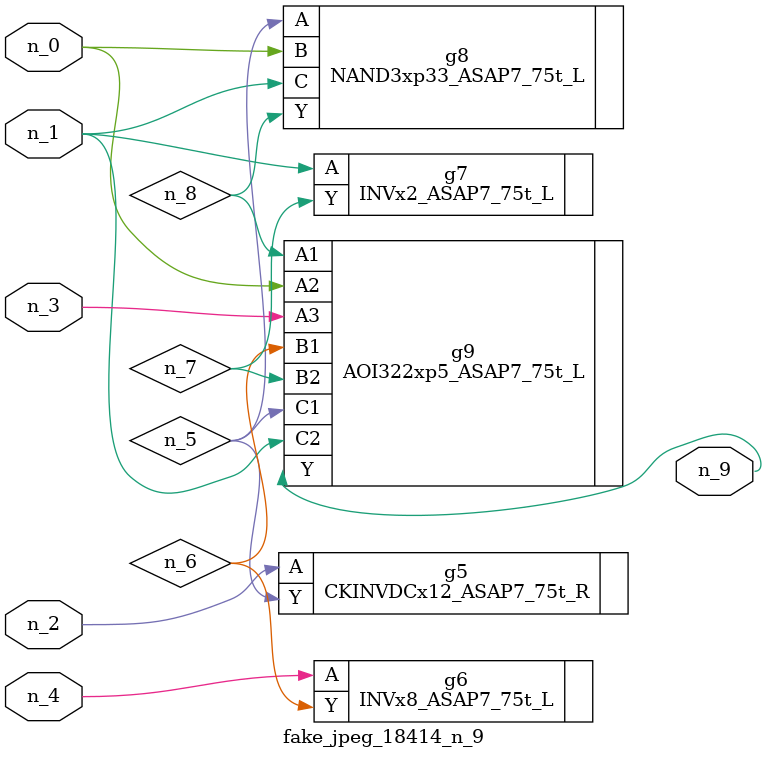
<source format=v>
module fake_jpeg_18414_n_9 (n_3, n_2, n_1, n_0, n_4, n_9);

input n_3;
input n_2;
input n_1;
input n_0;
input n_4;

output n_9;

wire n_8;
wire n_6;
wire n_5;
wire n_7;

CKINVDCx12_ASAP7_75t_R g5 ( 
.A(n_2),
.Y(n_5)
);

INVx8_ASAP7_75t_L g6 ( 
.A(n_4),
.Y(n_6)
);

INVx2_ASAP7_75t_L g7 ( 
.A(n_1),
.Y(n_7)
);

NAND3xp33_ASAP7_75t_L g8 ( 
.A(n_5),
.B(n_0),
.C(n_1),
.Y(n_8)
);

AOI322xp5_ASAP7_75t_L g9 ( 
.A1(n_8),
.A2(n_0),
.A3(n_3),
.B1(n_6),
.B2(n_7),
.C1(n_5),
.C2(n_1),
.Y(n_9)
);


endmodule
</source>
